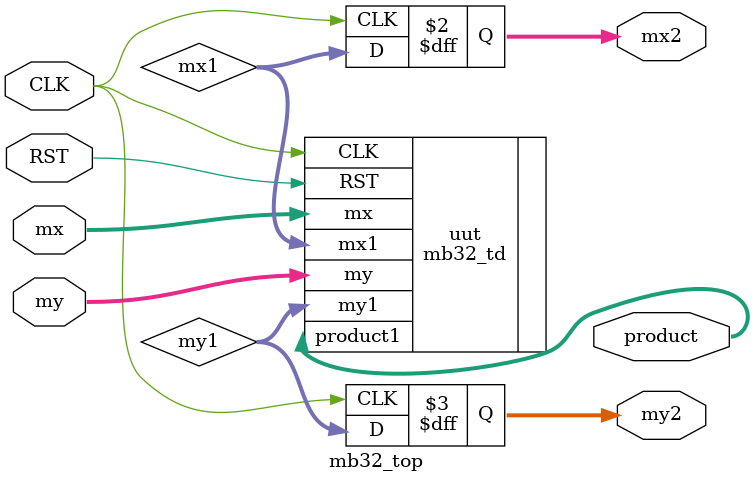
<source format=v>
module mb32_top #(parameter WIDTH = 32)(mx,my,CLK,RST,product,mx2,my2);
input wire [WIDTH-1:0] mx;
input wire [WIDTH-1:0] my;
input wire CLK;
input wire RST;
output wire [(WIDTH*2)-1:0] product;
output reg [WIDTH-1:0] mx2;
output reg [WIDTH-1:0] my2;

wire [WIDTH-1:0] mx1;
wire [WIDTH-1:0] my1;

always @(posedge CLK)
begin
mx2<=mx1;
my2<=my1;
end
mb32_td uut(
	.mx(mx),
	.my(my),
	.CLK(CLK),
	.RST(RST),
	.mx1(mx1),
	.my1(my1),
	.product1(product));
    
endmodule

</source>
